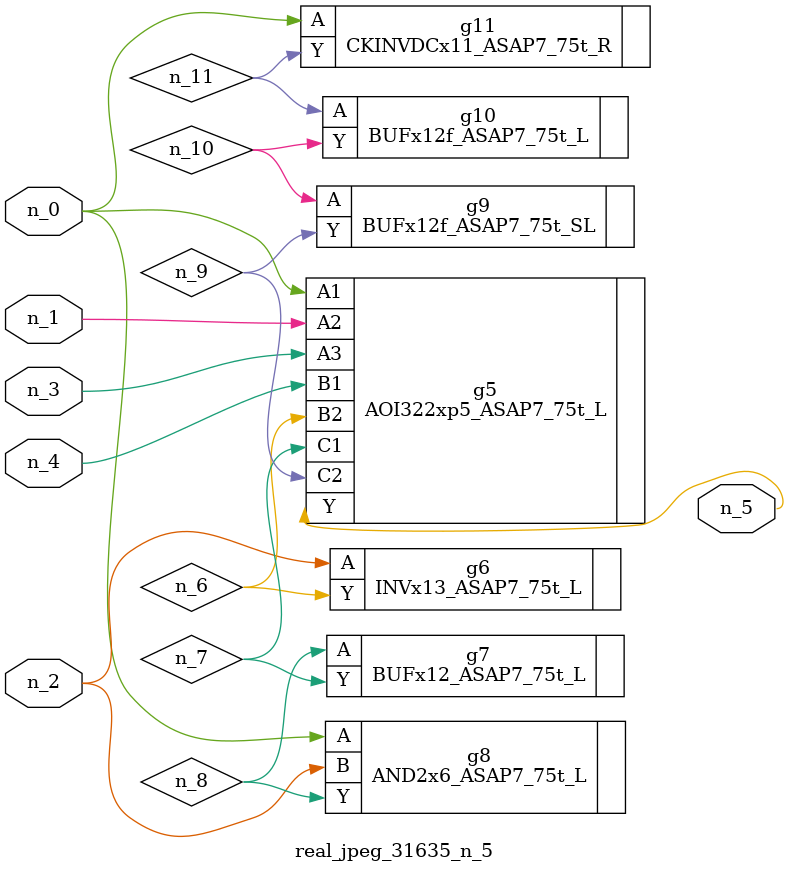
<source format=v>
module real_jpeg_31635_n_5 (n_4, n_0, n_1, n_2, n_3, n_5);

input n_4;
input n_0;
input n_1;
input n_2;
input n_3;

output n_5;

wire n_8;
wire n_11;
wire n_6;
wire n_7;
wire n_10;
wire n_9;

AOI322xp5_ASAP7_75t_L g5 ( 
.A1(n_0),
.A2(n_1),
.A3(n_3),
.B1(n_4),
.B2(n_6),
.C1(n_7),
.C2(n_9),
.Y(n_5)
);

AND2x6_ASAP7_75t_L g8 ( 
.A(n_0),
.B(n_2),
.Y(n_8)
);

CKINVDCx11_ASAP7_75t_R g11 ( 
.A(n_0),
.Y(n_11)
);

INVx13_ASAP7_75t_L g6 ( 
.A(n_2),
.Y(n_6)
);

BUFx12_ASAP7_75t_L g7 ( 
.A(n_8),
.Y(n_7)
);

BUFx12f_ASAP7_75t_SL g9 ( 
.A(n_10),
.Y(n_9)
);

BUFx12f_ASAP7_75t_L g10 ( 
.A(n_11),
.Y(n_10)
);


endmodule
</source>
